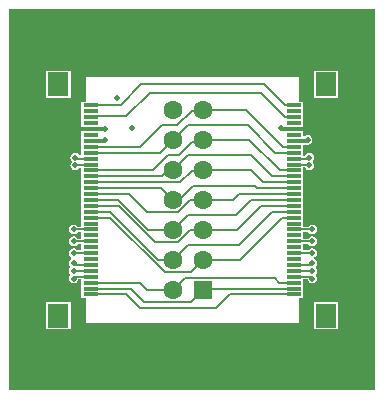
<source format=gtl>
G04 EasyEDA Pro v1.9.29.eba1c1, 2023-06-16 22:45:11*
G04 Gerber Generator version 0.3*G04*
G04 #@! TF.GenerationSoftware,Altium Limited,Altium Designer,21.4.1 (30)*
G04*
G04 Layer_Physical_Order=1*
G04 Layer_Color=255*
%FSLAX25Y25*%
%MOIN*%
G70*
G04*
G04 #@! TF.SameCoordinates,70962A66-5B05-4BC0-AD96-6F7431C900D1*
G04*
G04*
G04 #@! TF.FilePolarity,Positive*
G04*
G01*
G75*
%ADD13R,0.05118X0.01181*%
%ADD14R,0.07087X0.07874*%
%ADD15R,0.06299X0.06299*%
%ADD16C,0.06299*%
%ADD17C,0.00598*%
%ADD18C,0.01181*%
%ADD19C,0.01968*%
G36*
X241000Y52500D02*
X119000D01*
Y179500D01*
X241000D01*
Y52500D01*
D02*
G37*
%LPC*%
G36*
X228780Y159118D02*
X220496D01*
Y150047D01*
X228780D01*
Y159118D01*
D02*
G37*
G36*
X139504Y159118D02*
X131220D01*
Y150047D01*
X139504D01*
Y159118D01*
D02*
G37*
G36*
X215500Y157000D02*
X144500D01*
Y148685D01*
X143032D01*
Y144339D01*
Y140401D01*
X144500D01*
Y138842D01*
X143032D01*
Y134496D01*
X143032D01*
Y130695D01*
X142491D01*
X142491Y130696D01*
X142141Y131220D01*
X141618Y131570D01*
X141000Y131692D01*
X140383Y131570D01*
X139859Y131220D01*
X139509Y130696D01*
X139386Y130079D01*
X139509Y129461D01*
X139859Y128938D01*
Y128653D01*
X139509Y128129D01*
X139386Y127512D01*
X139509Y126894D01*
X139859Y126371D01*
X140383Y126021D01*
X141000Y125898D01*
X141618Y126021D01*
X142141Y126371D01*
X142491Y126894D01*
X142491Y126896D01*
X143032D01*
Y122685D01*
X143032D01*
Y118748D01*
Y114811D01*
Y110874D01*
Y107073D01*
X141792D01*
X141641Y107299D01*
X141118Y107648D01*
X140500Y107771D01*
X139883Y107648D01*
X139359Y107299D01*
X139009Y106775D01*
X138886Y106158D01*
X139009Y105540D01*
X139359Y105017D01*
X139883Y104667D01*
X140500Y104544D01*
X141118Y104667D01*
X141641Y105017D01*
X141792Y105242D01*
X143032D01*
Y103136D01*
X141792D01*
X141641Y103362D01*
X141118Y103711D01*
X140500Y103834D01*
X139883Y103711D01*
X139359Y103362D01*
X139009Y102838D01*
X138886Y102220D01*
X139009Y101603D01*
X139359Y101079D01*
X139883Y100730D01*
X140500Y100607D01*
X141118Y100730D01*
X141641Y101079D01*
X141792Y101305D01*
X143032D01*
Y99199D01*
X141792D01*
X141641Y99425D01*
X141118Y99774D01*
X140500Y99897D01*
X139883Y99774D01*
X139359Y99425D01*
X139009Y98901D01*
X138886Y98283D01*
X139009Y97666D01*
X139359Y97142D01*
X139734Y96892D01*
X139751Y96839D01*
Y96389D01*
X139734Y96336D01*
X139359Y96086D01*
X139009Y95562D01*
X138886Y94945D01*
X139009Y94327D01*
X139359Y93804D01*
Y93519D01*
X139009Y92995D01*
X138886Y92378D01*
X139009Y91760D01*
X139359Y91237D01*
Y90952D01*
X139009Y90429D01*
X138886Y89811D01*
X139009Y89193D01*
X139359Y88670D01*
X139883Y88320D01*
X140500Y88197D01*
X141118Y88320D01*
X141641Y88670D01*
X141991Y89193D01*
X142051Y89494D01*
X143032D01*
Y87252D01*
X143032D01*
Y83315D01*
X144500D01*
Y75000D01*
X215500D01*
Y83315D01*
X216968D01*
Y85283D01*
Y89494D01*
X218449D01*
X218509Y89194D01*
X218859Y88670D01*
X219383Y88320D01*
X220000Y88197D01*
X220618Y88320D01*
X221141Y88670D01*
X221491Y89194D01*
X221614Y89811D01*
X221491Y90429D01*
X221287Y90733D01*
X221182Y91095D01*
X221287Y91456D01*
X221491Y91760D01*
X221614Y92378D01*
X221491Y92996D01*
X221287Y93300D01*
X221182Y93661D01*
X221287Y94023D01*
X221491Y94327D01*
X221614Y94945D01*
X221491Y95562D01*
X221141Y96086D01*
X220766Y96336D01*
X220749Y96389D01*
Y96840D01*
X220766Y96892D01*
X221141Y97142D01*
X221491Y97666D01*
X221614Y98283D01*
X221491Y98901D01*
X221141Y99425D01*
X220618Y99774D01*
X220000Y99897D01*
X219383Y99774D01*
X218859Y99425D01*
X218708Y99199D01*
X216968D01*
Y101305D01*
X218708D01*
X218859Y101079D01*
X219383Y100730D01*
X220000Y100607D01*
X220618Y100730D01*
X221141Y101079D01*
X221491Y101603D01*
X221614Y102220D01*
X221491Y102838D01*
X221141Y103362D01*
X220618Y103711D01*
X220000Y103834D01*
X219383Y103711D01*
X218859Y103362D01*
X218708Y103136D01*
X216968D01*
Y105242D01*
X218708D01*
X218859Y105017D01*
X219383Y104667D01*
X220000Y104544D01*
X220618Y104667D01*
X221141Y105017D01*
X221491Y105540D01*
X221614Y106158D01*
X221491Y106775D01*
X221141Y107299D01*
X220618Y107648D01*
X220000Y107771D01*
X219383Y107648D01*
X218859Y107299D01*
X218708Y107073D01*
X216968D01*
Y110874D01*
Y114811D01*
Y118748D01*
Y122685D01*
Y126896D01*
X217509D01*
X217509Y126894D01*
X217859Y126371D01*
X218383Y126021D01*
X219000Y125898D01*
X219618Y126021D01*
X220141Y126371D01*
X220491Y126894D01*
X220614Y127512D01*
X220491Y128129D01*
X220287Y128434D01*
X220182Y128795D01*
X220287Y129157D01*
X220491Y129461D01*
X220614Y130079D01*
X220491Y130696D01*
X220141Y131220D01*
X219618Y131570D01*
X219000Y131693D01*
X218383Y131570D01*
X217859Y131220D01*
X217509Y130696D01*
X217509Y130695D01*
X216968D01*
Y134473D01*
X217972D01*
X218019Y134482D01*
X218500Y134386D01*
X219117Y134509D01*
X219641Y134859D01*
X219991Y135382D01*
X220114Y136000D01*
X219991Y136618D01*
X219641Y137141D01*
X219117Y137491D01*
X218500Y137614D01*
X217882Y137491D01*
X217469Y137214D01*
X217085Y137347D01*
X216968Y137436D01*
Y138843D01*
X215500D01*
Y140402D01*
X216968D01*
Y144339D01*
Y148685D01*
X215500D01*
Y157000D01*
D02*
G37*
G36*
X228780Y81953D02*
X220496D01*
Y72882D01*
X228780D01*
Y81953D01*
D02*
G37*
G36*
X139504Y81953D02*
X131220D01*
Y72882D01*
X139504D01*
Y81953D01*
D02*
G37*
%LPD*%
D13*
X213811Y90409D02*
D03*
Y92378D02*
D03*
Y94346D02*
D03*
X146189Y84504D02*
D03*
Y86472D02*
D03*
Y92378D02*
D03*
Y94346D02*
D03*
Y100252D02*
D03*
Y102220D02*
D03*
Y108126D02*
D03*
Y110094D02*
D03*
Y116000D02*
D03*
Y119937D02*
D03*
Y121905D02*
D03*
Y127811D02*
D03*
Y129780D02*
D03*
X146189Y135685D02*
D03*
Y137654D02*
D03*
X146189Y147496D02*
D03*
Y145528D02*
D03*
Y143559D02*
D03*
Y141590D02*
D03*
X146189Y139622D02*
D03*
X146189Y133716D02*
D03*
Y131748D02*
D03*
X146189Y125842D02*
D03*
Y123874D02*
D03*
X146189Y117968D02*
D03*
Y114031D02*
D03*
Y112063D02*
D03*
Y106157D02*
D03*
Y104189D02*
D03*
Y98283D02*
D03*
Y96315D02*
D03*
Y90409D02*
D03*
X146189Y88441D02*
D03*
X213811Y147496D02*
D03*
Y145528D02*
D03*
Y139622D02*
D03*
Y137654D02*
D03*
Y131748D02*
D03*
Y129780D02*
D03*
Y123874D02*
D03*
Y121906D02*
D03*
Y116000D02*
D03*
Y112063D02*
D03*
Y110095D02*
D03*
Y104189D02*
D03*
Y102220D02*
D03*
Y96315D02*
D03*
Y84504D02*
D03*
Y86472D02*
D03*
Y88441D02*
D03*
Y98283D02*
D03*
Y100252D02*
D03*
Y106158D02*
D03*
Y108126D02*
D03*
Y114032D02*
D03*
Y117969D02*
D03*
Y119937D02*
D03*
Y125843D02*
D03*
Y127811D02*
D03*
Y133717D02*
D03*
Y135685D02*
D03*
Y141591D02*
D03*
Y143559D02*
D03*
D14*
X135362Y154583D02*
D03*
Y77417D02*
D03*
X224638Y77417D02*
D03*
Y154583D02*
D03*
D15*
X183500Y86000D02*
D03*
D16*
X173500D02*
D03*
X183500Y96000D02*
D03*
X173500D02*
D03*
X183500Y106000D02*
D03*
X173500D02*
D03*
X183500Y116000D02*
D03*
X173500D02*
D03*
X183500Y126000D02*
D03*
X173500D02*
D03*
X183500Y136000D02*
D03*
X173500D02*
D03*
Y146000D02*
D03*
X183500D02*
D03*
D17*
X140500Y106157D02*
X146189D01*
X140500Y106158D02*
X140500Y106157D01*
X143331Y98283D02*
X146189D01*
X143331Y98283D02*
X143331Y98283D01*
X140500Y98283D02*
X143331D01*
X143331Y102220D02*
X146189D01*
X143331Y102220D02*
X143331Y102220D01*
X140500Y102220D02*
X143331D01*
X213811Y106158D02*
X220000D01*
X213811Y98283D02*
X220000D01*
X213811Y102220D02*
X220000D01*
X219402Y94346D02*
X220000Y94945D01*
X213811Y94346D02*
X219402D01*
X219402Y90409D02*
X220000Y89811D01*
X213811Y90409D02*
X219402D01*
X213811Y92378D02*
X220000D01*
X140500Y94945D02*
X141098Y94346D01*
X146189D01*
X140500Y89811D02*
X141098Y90409D01*
X146189D01*
X140500Y92378D02*
X146189D01*
X170000Y141000D02*
X175000D01*
X146189Y133716D02*
X162716D01*
X170000Y141000D01*
X175000D02*
X179803Y145803D01*
X183303D02*
X183500Y146000D01*
X179803Y145803D02*
X183303D01*
X166842Y125842D02*
X172000Y131000D01*
X146189Y125842D02*
X166842D01*
X172000Y131000D02*
X175500D01*
X179803Y135303D01*
X169248Y131748D02*
X173500Y136000D01*
Y126000D02*
X173500D01*
X178500Y131000D01*
X146189Y121905D02*
X175905D01*
X167558Y101953D02*
X175176D01*
X146189Y114031D02*
X155479D01*
X167558Y101953D01*
X173500Y136000D02*
X178500Y141000D01*
X164821Y111953D02*
X175176D01*
X146189Y117968D02*
X158805D01*
X164821Y111953D01*
X173500Y86000D02*
X177547Y90047D01*
X168529Y96000D02*
X173500D01*
X178500Y101000D02*
X195500D01*
X206563Y112063D02*
X213811D01*
X195500Y101000D02*
X206563Y112063D01*
X165203Y106000D02*
X173500D01*
Y116000D02*
X174591Y117091D01*
X176591D01*
X178500Y111000D02*
X194500D01*
X199500Y116000D02*
X213811D01*
X194500Y111000D02*
X199500Y116000D01*
X172028Y126000D02*
X173500D01*
X169902Y123874D02*
X172028Y126000D01*
X152742Y110094D02*
X170884Y91953D01*
X165097Y86000D02*
X173500D01*
X164072Y81953D02*
X179453D01*
X146189Y86472D02*
X159553D01*
X164072Y81953D01*
X175905Y121905D02*
X179803Y125803D01*
X183303D01*
X183500Y126000D01*
X175176Y101953D02*
X179224Y106000D01*
X183500D01*
X173500D02*
X178500Y111000D01*
X175176Y111953D02*
X179224Y116000D01*
X183500D01*
X173500Y96000D02*
X178500Y101000D01*
X179453Y81953D02*
X183973Y86472D01*
X179803Y135303D02*
X182803D01*
X183500Y136000D01*
X170884Y91953D02*
X179453D01*
X183500Y96000D01*
X146189Y110094D02*
X152742D01*
X183973Y86472D02*
X213811D01*
X162657Y88441D02*
X165097Y86000D01*
X146189Y88441D02*
X162657D01*
X210094Y110095D02*
X213811D01*
X196000Y96000D02*
X210094Y110095D01*
X183500Y96000D02*
X196000D01*
X169563Y119937D02*
X173500Y116000D01*
X146189Y119937D02*
X169563D01*
X146189Y123874D02*
X169902D01*
X201563Y119937D02*
X213811D01*
X200791Y120709D02*
X201563Y119937D01*
X180209Y120709D02*
X200791D01*
X176591Y117091D02*
X180209Y120709D01*
X155203Y116000D02*
X165203Y106000D01*
X146189Y116000D02*
X155203D01*
X152466Y112063D02*
X168529Y96000D01*
X146189Y112063D02*
X152466D01*
X209059Y88441D02*
X213811D01*
X207453Y90047D02*
X209059Y88441D01*
X177547Y90047D02*
X207453D01*
X195604Y117969D02*
X213811D01*
X193635Y116000D02*
X195604Y117969D01*
X183500Y116000D02*
X193635D01*
X203032Y114032D02*
X213811D01*
X195000Y106000D02*
X203032Y114032D01*
X183500Y106000D02*
X195000D01*
X209157Y125843D02*
X213811D01*
X199000Y136000D02*
X209157Y125843D01*
X183500Y136000D02*
X199000D01*
X207752Y131748D02*
X213811D01*
X198500Y141000D02*
X207752Y131748D01*
X178500Y141000D02*
X198500D01*
X210283Y133717D02*
X213811D01*
X198000Y146000D02*
X210283Y133717D01*
X183500Y146000D02*
X198000D01*
X206626Y123874D02*
X213811D01*
X199500Y131000D02*
X206626Y123874D01*
X178500Y131000D02*
X199500D01*
X203594Y121906D02*
X213811D01*
X199500Y126000D02*
X203594Y121906D01*
X183500Y126000D02*
X199500D01*
X146189Y131748D02*
X169248D01*
X162500Y80000D02*
X188000D01*
X146189Y84504D02*
X157996D01*
X188000Y80000D02*
X192504Y84504D01*
X157996Y84504D02*
X162500Y80000D01*
X192504Y84504D02*
X213811D01*
X218701Y129780D02*
X219000Y130079D01*
X213811Y129780D02*
X218701D01*
Y127811D02*
X219000Y127512D01*
X213811Y127811D02*
X218701D01*
X141000Y130079D02*
X141299Y129780D01*
X146189D01*
X141000Y127512D02*
X141299Y127811D01*
X146189D01*
X210953Y147496D02*
X213811D01*
X203949Y154500D02*
X210953Y147496D01*
X163000Y154500D02*
X203949D01*
X210953Y143559D02*
X213811D01*
X202796Y151716D02*
X210953Y143559D01*
X165784Y151716D02*
X202796D01*
X157926Y143858D02*
X165784Y151716D01*
X146488Y143858D02*
X157926D01*
X146189Y143559D02*
X146488Y143858D01*
X156295Y147795D02*
X163000Y154500D01*
X146488Y147795D02*
X156295D01*
X146189Y147496D02*
X146488Y147795D01*
D18*
X213811Y135685D02*
X217972D01*
X218287Y136000D01*
X218500D01*
X150472Y135685D02*
X150787Y136000D01*
X151000D01*
X146189Y135685D02*
X150472D01*
X209500Y140000D02*
X209713D01*
X210091Y139622D02*
X213811D01*
X209713Y140000D02*
X210091Y139622D01*
X150878Y139622D02*
X151000Y139500D01*
X146189Y139622D02*
X150878D01*
D19*
X235000Y170000D02*
D03*
X230000Y160000D02*
D03*
X235000Y150000D02*
D03*
X230000Y140000D02*
D03*
X235000Y130000D02*
D03*
X230000Y120000D02*
D03*
X235000Y110000D02*
D03*
X230000Y100000D02*
D03*
X235000Y90000D02*
D03*
X230000Y80000D02*
D03*
X235000Y70000D02*
D03*
X230000Y60000D02*
D03*
X225000Y170000D02*
D03*
X220000Y160000D02*
D03*
Y140000D02*
D03*
X225000Y130000D02*
D03*
Y110000D02*
D03*
Y90000D02*
D03*
Y70000D02*
D03*
X220000Y60000D02*
D03*
X215000Y170000D02*
D03*
X210000Y160000D02*
D03*
X215000Y70000D02*
D03*
X210000Y60000D02*
D03*
X205000Y170000D02*
D03*
X200000Y160000D02*
D03*
X205000Y70000D02*
D03*
X200000Y60000D02*
D03*
X195000Y170000D02*
D03*
X190000Y160000D02*
D03*
X195000Y70000D02*
D03*
X190000Y60000D02*
D03*
X185000Y170000D02*
D03*
X180000Y160000D02*
D03*
X185000Y70000D02*
D03*
X180000Y60000D02*
D03*
X175000Y170000D02*
D03*
X170000Y160000D02*
D03*
X175000Y70000D02*
D03*
X170000Y60000D02*
D03*
X165000Y170000D02*
D03*
X160000Y160000D02*
D03*
Y140000D02*
D03*
X165000Y70000D02*
D03*
X160000Y60000D02*
D03*
X155000Y170000D02*
D03*
X150000Y160000D02*
D03*
X155000Y150000D02*
D03*
Y70000D02*
D03*
X150000Y60000D02*
D03*
X145000Y170000D02*
D03*
X140000Y160000D02*
D03*
Y140000D02*
D03*
X145000Y70000D02*
D03*
X140000Y60000D02*
D03*
X135000Y170000D02*
D03*
X130000Y160000D02*
D03*
Y140000D02*
D03*
X135000Y130000D02*
D03*
X130000Y120000D02*
D03*
X135000Y110000D02*
D03*
X130000Y100000D02*
D03*
X135000Y90000D02*
D03*
X130000Y80000D02*
D03*
X135000Y70000D02*
D03*
X130000Y60000D02*
D03*
X125000Y170000D02*
D03*
Y150000D02*
D03*
Y130000D02*
D03*
Y110000D02*
D03*
Y90000D02*
D03*
Y70000D02*
D03*
X140500Y106158D02*
D03*
Y98283D02*
D03*
Y102220D02*
D03*
X220000Y106158D02*
D03*
Y98283D02*
D03*
Y102220D02*
D03*
Y94945D02*
D03*
Y89811D02*
D03*
Y92378D02*
D03*
X140500Y94945D02*
D03*
Y89811D02*
D03*
Y92378D02*
D03*
X219000Y130079D02*
D03*
Y127512D02*
D03*
X141000Y130079D02*
D03*
Y127512D02*
D03*
X218500Y136000D02*
D03*
X151000D02*
D03*
X209500Y140000D02*
D03*
X151000Y139500D02*
D03*
M02*

</source>
